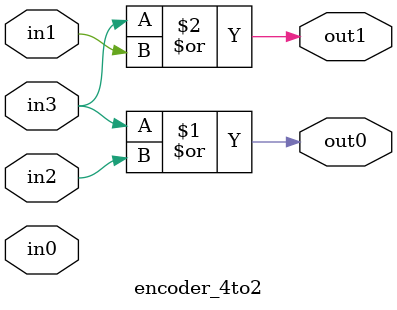
<source format=v>
module encoder_4to2 (
  input wire in0,
  input wire in1,
  input wire in2,
  input wire in3,
  output wire out0,
  output wire out1
);

  assign out0 = (in3 | in2);
  assign out1 = (in3 | in1);

endmodule
</source>
